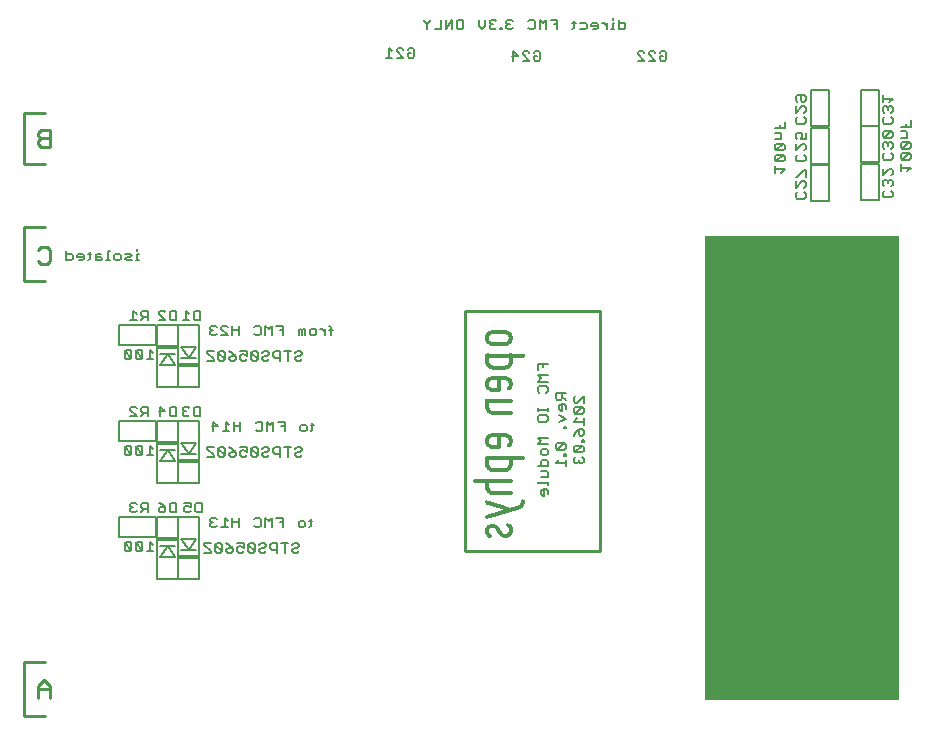
<source format=gbo>
G75*
%MOIN*%
%OFA0B0*%
%FSLAX24Y24*%
%IPPOS*%
%LPD*%
%AMOC8*
5,1,8,0,0,1.08239X$1,22.5*
%
%ADD10C,0.0070*%
%ADD11C,0.0110*%
%ADD12C,0.0100*%
%ADD13R,0.6500X1.5500*%
%ADD14R,0.0010X0.0040*%
%ADD15R,0.0010X0.0050*%
%ADD16R,0.0010X0.0070*%
%ADD17R,0.0010X0.0120*%
%ADD18R,0.0010X0.0100*%
%ADD19R,0.0010X0.0150*%
%ADD20R,0.0010X0.0170*%
%ADD21R,0.0010X0.0200*%
%ADD22R,0.0010X0.0210*%
%ADD23R,0.0010X0.0230*%
%ADD24R,0.0010X0.0240*%
%ADD25R,0.0010X0.0250*%
%ADD26R,0.0010X0.0140*%
%ADD27R,0.0010X0.0130*%
%ADD28R,0.0010X0.0290*%
%ADD29R,0.0010X0.0110*%
%ADD30R,0.0010X0.0340*%
%ADD31R,0.0010X0.0180*%
%ADD32R,0.0010X0.0360*%
%ADD33R,0.0010X0.0090*%
%ADD34R,0.0010X0.0220*%
%ADD35R,0.0010X0.0380*%
%ADD36R,0.0010X0.0280*%
%ADD37R,0.0010X0.0400*%
%ADD38R,0.0010X0.0310*%
%ADD39R,0.0010X0.0410*%
%ADD40R,0.0010X0.0330*%
%ADD41R,0.0010X0.0430*%
%ADD42R,0.0010X0.0350*%
%ADD43R,0.0010X0.0440*%
%ADD44R,0.0010X0.0370*%
%ADD45R,0.0010X0.0450*%
%ADD46R,0.0010X0.0390*%
%ADD47R,0.0010X0.0460*%
%ADD48R,0.0010X0.0470*%
%ADD49R,0.0010X0.0420*%
%ADD50R,0.0010X0.0190*%
%ADD51R,0.0010X0.0160*%
%ADD52R,0.0010X0.0060*%
%ADD53R,0.0010X0.0010*%
%ADD54R,0.0010X0.0030*%
%ADD55R,0.0010X0.0490*%
%ADD56R,0.0010X0.0500*%
%ADD57R,0.0010X0.0510*%
%ADD58R,0.0010X0.0080*%
%ADD59R,0.0010X0.0260*%
%ADD60R,0.0010X0.0320*%
%ADD61C,0.0050*%
%ADD62R,0.0750X0.0125*%
D10*
X009896Y012165D02*
X010006Y012165D01*
X010061Y012220D01*
X009841Y012440D01*
X009841Y012220D01*
X009896Y012165D01*
X010061Y012220D02*
X010061Y012440D01*
X010006Y012495D01*
X009896Y012495D01*
X009841Y012440D01*
X010209Y012440D02*
X010209Y012220D01*
X010264Y012165D01*
X010374Y012165D01*
X010429Y012220D01*
X010209Y012440D01*
X010264Y012495D01*
X010374Y012495D01*
X010429Y012440D01*
X010429Y012220D01*
X010577Y012165D02*
X010797Y012165D01*
X010687Y012165D02*
X010687Y012495D01*
X010797Y012385D01*
X010613Y013465D02*
X010613Y013795D01*
X010448Y013795D01*
X010393Y013740D01*
X010393Y013630D01*
X010448Y013575D01*
X010613Y013575D01*
X010503Y013575D02*
X010393Y013465D01*
X010245Y013520D02*
X010190Y013465D01*
X010080Y013465D01*
X010025Y013520D01*
X010025Y013575D01*
X010080Y013630D01*
X010135Y013630D01*
X010080Y013630D02*
X010025Y013685D01*
X010025Y013740D01*
X010080Y013795D01*
X010190Y013795D01*
X010245Y013740D01*
X010975Y013795D02*
X011085Y013740D01*
X011195Y013630D01*
X011030Y013630D01*
X010975Y013575D01*
X010975Y013520D01*
X011030Y013465D01*
X011140Y013465D01*
X011195Y013520D01*
X011195Y013630D01*
X011343Y013520D02*
X011343Y013740D01*
X011398Y013795D01*
X011563Y013795D01*
X011563Y013465D01*
X011398Y013465D01*
X011343Y013520D01*
X011825Y013520D02*
X011880Y013465D01*
X011990Y013465D01*
X012045Y013520D01*
X012045Y013630D02*
X011935Y013685D01*
X011880Y013685D01*
X011825Y013630D01*
X011825Y013520D01*
X012045Y013630D02*
X012045Y013795D01*
X011825Y013795D01*
X012193Y013740D02*
X012248Y013795D01*
X012413Y013795D01*
X012413Y013465D01*
X012248Y013465D01*
X012193Y013520D01*
X012193Y013740D01*
X012693Y013240D02*
X012693Y013185D01*
X012748Y013130D01*
X012693Y013075D01*
X012693Y013020D01*
X012748Y012965D01*
X012858Y012965D01*
X012913Y013020D01*
X012803Y013130D02*
X012748Y013130D01*
X012693Y013240D02*
X012748Y013295D01*
X012858Y013295D01*
X012913Y013240D01*
X013172Y013295D02*
X013172Y012965D01*
X013282Y012965D02*
X013061Y012965D01*
X013282Y013185D02*
X013172Y013295D01*
X013430Y013295D02*
X013430Y012965D01*
X013430Y013130D02*
X013650Y013130D01*
X013650Y012965D02*
X013650Y013295D01*
X014166Y013240D02*
X014221Y013295D01*
X014332Y013295D01*
X014387Y013240D01*
X014387Y013020D01*
X014332Y012965D01*
X014221Y012965D01*
X014166Y013020D01*
X014535Y012965D02*
X014535Y013295D01*
X014645Y013185D01*
X014755Y013295D01*
X014755Y012965D01*
X015013Y013130D02*
X015123Y013130D01*
X015123Y012965D02*
X015123Y013295D01*
X014903Y013295D01*
X015640Y013130D02*
X015640Y013020D01*
X015695Y012965D01*
X015805Y012965D01*
X015860Y013020D01*
X015860Y013130D01*
X015805Y013185D01*
X015695Y013185D01*
X015640Y013130D01*
X015995Y013185D02*
X016105Y013185D01*
X016050Y013240D02*
X016050Y013020D01*
X015995Y012965D01*
X015597Y012445D02*
X015652Y012390D01*
X015652Y012335D01*
X015597Y012280D01*
X015487Y012280D01*
X015432Y012225D01*
X015432Y012170D01*
X015487Y012115D01*
X015597Y012115D01*
X015652Y012170D01*
X015597Y012445D02*
X015487Y012445D01*
X015432Y012390D01*
X015284Y012445D02*
X015064Y012445D01*
X015174Y012445D02*
X015174Y012115D01*
X014916Y012115D02*
X014916Y012445D01*
X014751Y012445D01*
X014696Y012390D01*
X014696Y012280D01*
X014751Y012225D01*
X014916Y012225D01*
X014547Y012170D02*
X014492Y012115D01*
X014382Y012115D01*
X014327Y012170D01*
X014327Y012225D01*
X014382Y012280D01*
X014492Y012280D01*
X014547Y012335D01*
X014547Y012390D01*
X014492Y012445D01*
X014382Y012445D01*
X014327Y012390D01*
X014179Y012390D02*
X014179Y012170D01*
X013959Y012390D01*
X013959Y012170D01*
X014014Y012115D01*
X014124Y012115D01*
X014179Y012170D01*
X014179Y012390D02*
X014124Y012445D01*
X014014Y012445D01*
X013959Y012390D01*
X013811Y012445D02*
X013811Y012280D01*
X013701Y012335D01*
X013646Y012335D01*
X013591Y012280D01*
X013591Y012170D01*
X013646Y012115D01*
X013756Y012115D01*
X013811Y012170D01*
X013811Y012445D02*
X013591Y012445D01*
X013443Y012280D02*
X013277Y012280D01*
X013222Y012225D01*
X013222Y012170D01*
X013277Y012115D01*
X013387Y012115D01*
X013443Y012170D01*
X013443Y012280D01*
X013332Y012390D01*
X013222Y012445D01*
X013074Y012390D02*
X013019Y012445D01*
X012909Y012445D01*
X012854Y012390D01*
X013074Y012170D01*
X013019Y012115D01*
X012909Y012115D01*
X012854Y012170D01*
X012854Y012390D01*
X012706Y012445D02*
X012486Y012445D01*
X012486Y012390D01*
X012706Y012170D01*
X012706Y012115D01*
X012486Y012115D01*
X013074Y012170D02*
X013074Y012390D01*
X013009Y015315D02*
X013119Y015315D01*
X013174Y015370D01*
X012954Y015590D01*
X012954Y015370D01*
X013009Y015315D01*
X013174Y015370D02*
X013174Y015590D01*
X013119Y015645D01*
X013009Y015645D01*
X012954Y015590D01*
X012806Y015645D02*
X012586Y015645D01*
X012586Y015590D01*
X012806Y015370D01*
X012806Y015315D01*
X012586Y015315D01*
X013322Y015370D02*
X013322Y015425D01*
X013377Y015480D01*
X013543Y015480D01*
X013543Y015370D01*
X013487Y015315D01*
X013377Y015315D01*
X013322Y015370D01*
X013432Y015590D02*
X013322Y015645D01*
X013432Y015590D02*
X013543Y015480D01*
X013691Y015480D02*
X013691Y015370D01*
X013746Y015315D01*
X013856Y015315D01*
X013911Y015370D01*
X013911Y015480D02*
X013801Y015535D01*
X013746Y015535D01*
X013691Y015480D01*
X013691Y015645D02*
X013911Y015645D01*
X013911Y015480D01*
X014059Y015370D02*
X014114Y015315D01*
X014224Y015315D01*
X014279Y015370D01*
X014059Y015590D01*
X014059Y015370D01*
X014279Y015370D02*
X014279Y015590D01*
X014224Y015645D01*
X014114Y015645D01*
X014059Y015590D01*
X014427Y015590D02*
X014482Y015645D01*
X014592Y015645D01*
X014647Y015590D01*
X014647Y015535D01*
X014592Y015480D01*
X014482Y015480D01*
X014427Y015425D01*
X014427Y015370D01*
X014482Y015315D01*
X014592Y015315D01*
X014647Y015370D01*
X014796Y015480D02*
X014851Y015425D01*
X015016Y015425D01*
X015016Y015315D02*
X015016Y015645D01*
X014851Y015645D01*
X014796Y015590D01*
X014796Y015480D01*
X015164Y015645D02*
X015384Y015645D01*
X015274Y015645D02*
X015274Y015315D01*
X015532Y015370D02*
X015587Y015315D01*
X015697Y015315D01*
X015752Y015370D01*
X015697Y015480D02*
X015752Y015535D01*
X015752Y015590D01*
X015697Y015645D01*
X015587Y015645D01*
X015532Y015590D01*
X015587Y015480D02*
X015532Y015425D01*
X015532Y015370D01*
X015587Y015480D02*
X015697Y015480D01*
X015745Y016165D02*
X015690Y016220D01*
X015690Y016330D01*
X015745Y016385D01*
X015855Y016385D01*
X015910Y016330D01*
X015910Y016220D01*
X015855Y016165D01*
X015745Y016165D01*
X016045Y016165D02*
X016100Y016220D01*
X016100Y016440D01*
X016155Y016385D02*
X016045Y016385D01*
X015173Y016330D02*
X015063Y016330D01*
X015173Y016165D02*
X015173Y016495D01*
X014953Y016495D01*
X014805Y016495D02*
X014695Y016385D01*
X014585Y016495D01*
X014585Y016165D01*
X014437Y016220D02*
X014437Y016440D01*
X014382Y016495D01*
X014271Y016495D01*
X014216Y016440D01*
X014216Y016220D02*
X014271Y016165D01*
X014382Y016165D01*
X014437Y016220D01*
X014805Y016165D02*
X014805Y016495D01*
X013700Y016495D02*
X013700Y016165D01*
X013700Y016330D02*
X013480Y016330D01*
X013332Y016385D02*
X013222Y016495D01*
X013222Y016165D01*
X013332Y016165D02*
X013111Y016165D01*
X012963Y016330D02*
X012743Y016330D01*
X012798Y016165D02*
X012798Y016495D01*
X012963Y016330D01*
X012363Y016665D02*
X012198Y016665D01*
X012143Y016720D01*
X012143Y016940D01*
X012198Y016995D01*
X012363Y016995D01*
X012363Y016665D01*
X011995Y016720D02*
X011940Y016665D01*
X011830Y016665D01*
X011775Y016720D01*
X011775Y016775D01*
X011830Y016830D01*
X011885Y016830D01*
X011830Y016830D02*
X011775Y016885D01*
X011775Y016940D01*
X011830Y016995D01*
X011940Y016995D01*
X011995Y016940D01*
X011563Y016995D02*
X011398Y016995D01*
X011343Y016940D01*
X011343Y016720D01*
X011398Y016665D01*
X011563Y016665D01*
X011563Y016995D01*
X011195Y016830D02*
X010975Y016830D01*
X011030Y016665D02*
X011030Y016995D01*
X011195Y016830D01*
X010613Y016775D02*
X010448Y016775D01*
X010393Y016830D01*
X010393Y016940D01*
X010448Y016995D01*
X010613Y016995D01*
X010613Y016665D01*
X010503Y016775D02*
X010393Y016665D01*
X010245Y016665D02*
X010025Y016885D01*
X010025Y016940D01*
X010080Y016995D01*
X010190Y016995D01*
X010245Y016940D01*
X010245Y016665D02*
X010025Y016665D01*
X010006Y015695D02*
X009896Y015695D01*
X009841Y015640D01*
X010061Y015420D01*
X010006Y015365D01*
X009896Y015365D01*
X009841Y015420D01*
X009841Y015640D01*
X010006Y015695D02*
X010061Y015640D01*
X010061Y015420D01*
X010209Y015420D02*
X010264Y015365D01*
X010374Y015365D01*
X010429Y015420D01*
X010209Y015640D01*
X010209Y015420D01*
X010429Y015420D02*
X010429Y015640D01*
X010374Y015695D01*
X010264Y015695D01*
X010209Y015640D01*
X010577Y015365D02*
X010797Y015365D01*
X010687Y015365D02*
X010687Y015695D01*
X010797Y015585D01*
X013480Y016165D02*
X013480Y016495D01*
X013487Y018515D02*
X013377Y018515D01*
X013322Y018570D01*
X013322Y018625D01*
X013377Y018680D01*
X013543Y018680D01*
X013543Y018570D01*
X013487Y018515D01*
X013543Y018680D02*
X013432Y018790D01*
X013322Y018845D01*
X013174Y018790D02*
X013119Y018845D01*
X013009Y018845D01*
X012954Y018790D01*
X013174Y018570D01*
X013119Y018515D01*
X013009Y018515D01*
X012954Y018570D01*
X012954Y018790D01*
X012806Y018845D02*
X012586Y018845D01*
X012586Y018790D01*
X012806Y018570D01*
X012806Y018515D01*
X012586Y018515D01*
X013174Y018570D02*
X013174Y018790D01*
X013691Y018845D02*
X013911Y018845D01*
X013911Y018680D01*
X013801Y018735D01*
X013746Y018735D01*
X013691Y018680D01*
X013691Y018570D01*
X013746Y018515D01*
X013856Y018515D01*
X013911Y018570D01*
X014059Y018570D02*
X014114Y018515D01*
X014224Y018515D01*
X014279Y018570D01*
X014059Y018790D01*
X014059Y018570D01*
X014279Y018570D02*
X014279Y018790D01*
X014224Y018845D01*
X014114Y018845D01*
X014059Y018790D01*
X014427Y018790D02*
X014482Y018845D01*
X014592Y018845D01*
X014647Y018790D01*
X014647Y018735D01*
X014592Y018680D01*
X014482Y018680D01*
X014427Y018625D01*
X014427Y018570D01*
X014482Y018515D01*
X014592Y018515D01*
X014647Y018570D01*
X014796Y018680D02*
X014851Y018625D01*
X015016Y018625D01*
X015016Y018515D02*
X015016Y018845D01*
X014851Y018845D01*
X014796Y018790D01*
X014796Y018680D01*
X015164Y018845D02*
X015384Y018845D01*
X015274Y018845D02*
X015274Y018515D01*
X015532Y018570D02*
X015587Y018515D01*
X015697Y018515D01*
X015752Y018570D01*
X015697Y018680D02*
X015752Y018735D01*
X015752Y018790D01*
X015697Y018845D01*
X015587Y018845D01*
X015532Y018790D01*
X015587Y018680D02*
X015532Y018625D01*
X015532Y018570D01*
X015587Y018680D02*
X015697Y018680D01*
X015750Y019365D02*
X015750Y019530D01*
X015695Y019585D01*
X015640Y019530D01*
X015640Y019365D01*
X015750Y019530D02*
X015805Y019585D01*
X015860Y019585D01*
X015860Y019365D01*
X016008Y019420D02*
X016008Y019530D01*
X016063Y019585D01*
X016173Y019585D01*
X016228Y019530D01*
X016228Y019420D01*
X016173Y019365D01*
X016063Y019365D01*
X016008Y019420D01*
X016370Y019585D02*
X016425Y019585D01*
X016535Y019475D01*
X016535Y019365D02*
X016535Y019585D01*
X016671Y019530D02*
X016781Y019530D01*
X016726Y019640D02*
X016671Y019695D01*
X016726Y019640D02*
X016726Y019365D01*
X015123Y019365D02*
X015123Y019695D01*
X014903Y019695D01*
X014755Y019695D02*
X014645Y019585D01*
X014535Y019695D01*
X014535Y019365D01*
X014387Y019420D02*
X014332Y019365D01*
X014221Y019365D01*
X014166Y019420D01*
X014166Y019640D02*
X014221Y019695D01*
X014332Y019695D01*
X014387Y019640D01*
X014387Y019420D01*
X014755Y019365D02*
X014755Y019695D01*
X015013Y019530D02*
X015123Y019530D01*
X013650Y019530D02*
X013430Y019530D01*
X013430Y019695D02*
X013430Y019365D01*
X013282Y019365D02*
X013061Y019585D01*
X013061Y019640D01*
X013116Y019695D01*
X013227Y019695D01*
X013282Y019640D01*
X013282Y019365D02*
X013061Y019365D01*
X012913Y019420D02*
X012858Y019365D01*
X012748Y019365D01*
X012693Y019420D01*
X012693Y019475D01*
X012748Y019530D01*
X012803Y019530D01*
X012748Y019530D02*
X012693Y019585D01*
X012693Y019640D01*
X012748Y019695D01*
X012858Y019695D01*
X012913Y019640D01*
X012363Y019865D02*
X012198Y019865D01*
X012143Y019920D01*
X012143Y020140D01*
X012198Y020195D01*
X012363Y020195D01*
X012363Y019865D01*
X011995Y019865D02*
X011775Y019865D01*
X011885Y019865D02*
X011885Y020195D01*
X011995Y020085D01*
X011563Y020195D02*
X011398Y020195D01*
X011343Y020140D01*
X011343Y019920D01*
X011398Y019865D01*
X011563Y019865D01*
X011563Y020195D01*
X011195Y020140D02*
X011140Y020195D01*
X011030Y020195D01*
X010975Y020140D01*
X010975Y020085D01*
X011195Y019865D01*
X010975Y019865D01*
X010613Y019865D02*
X010613Y020195D01*
X010448Y020195D01*
X010393Y020140D01*
X010393Y020030D01*
X010448Y019975D01*
X010613Y019975D01*
X010503Y019975D02*
X010393Y019865D01*
X010245Y019865D02*
X010025Y019865D01*
X010135Y019865D02*
X010135Y020195D01*
X010245Y020085D01*
X010264Y018895D02*
X010209Y018840D01*
X010429Y018620D01*
X010374Y018565D01*
X010264Y018565D01*
X010209Y018620D01*
X010209Y018840D01*
X010264Y018895D02*
X010374Y018895D01*
X010429Y018840D01*
X010429Y018620D01*
X010577Y018565D02*
X010797Y018565D01*
X010687Y018565D02*
X010687Y018895D01*
X010797Y018785D01*
X010061Y018840D02*
X010061Y018620D01*
X009841Y018840D01*
X009841Y018620D01*
X009896Y018565D01*
X010006Y018565D01*
X010061Y018620D01*
X010061Y018840D02*
X010006Y018895D01*
X009896Y018895D01*
X009841Y018840D01*
X009913Y021865D02*
X009857Y021920D01*
X009913Y021975D01*
X010023Y021975D01*
X010078Y022030D01*
X010023Y022085D01*
X009857Y022085D01*
X009709Y022030D02*
X009709Y021920D01*
X009654Y021865D01*
X009544Y021865D01*
X009489Y021920D01*
X009489Y022030D01*
X009544Y022085D01*
X009654Y022085D01*
X009709Y022030D01*
X009913Y021865D02*
X010078Y021865D01*
X010213Y021865D02*
X010323Y021865D01*
X010268Y021865D02*
X010268Y022085D01*
X010323Y022085D01*
X010268Y022195D02*
X010268Y022250D01*
X009341Y022195D02*
X009286Y022195D01*
X009286Y021865D01*
X009341Y021865D02*
X009231Y021865D01*
X009095Y021920D02*
X009040Y021975D01*
X008875Y021975D01*
X008875Y022030D02*
X008875Y021865D01*
X009040Y021865D01*
X009095Y021920D01*
X009040Y022085D02*
X008930Y022085D01*
X008875Y022030D01*
X008727Y022085D02*
X008617Y022085D01*
X008672Y022140D02*
X008672Y021920D01*
X008617Y021865D01*
X008482Y021920D02*
X008482Y022030D01*
X008427Y022085D01*
X008316Y022085D01*
X008261Y022030D01*
X008261Y021975D01*
X008482Y021975D01*
X008482Y021920D02*
X008427Y021865D01*
X008316Y021865D01*
X008113Y021920D02*
X008113Y022030D01*
X008058Y022085D01*
X007893Y022085D01*
X007893Y022195D02*
X007893Y021865D01*
X008058Y021865D01*
X008113Y021920D01*
X013650Y019695D02*
X013650Y019365D01*
X023615Y018416D02*
X023615Y018196D01*
X023615Y018048D02*
X023725Y017938D01*
X023615Y017828D01*
X023945Y017828D01*
X023890Y017680D02*
X023670Y017680D01*
X023615Y017625D01*
X023615Y017515D01*
X023670Y017459D01*
X023890Y017459D02*
X023945Y017515D01*
X023945Y017625D01*
X023890Y017680D01*
X023945Y018048D02*
X023615Y018048D01*
X023780Y018306D02*
X023780Y018416D01*
X023945Y018416D02*
X023615Y018416D01*
X024215Y017434D02*
X024215Y017269D01*
X024270Y017214D01*
X024380Y017214D01*
X024435Y017269D01*
X024435Y017434D01*
X024435Y017324D02*
X024545Y017214D01*
X024490Y017066D02*
X024380Y017066D01*
X024325Y017011D01*
X024325Y016901D01*
X024380Y016846D01*
X024435Y016846D01*
X024435Y017066D01*
X024490Y017066D02*
X024545Y017011D01*
X024545Y016901D01*
X024815Y016919D02*
X024870Y016974D01*
X025090Y016974D01*
X024870Y016754D01*
X025090Y016754D01*
X025145Y016809D01*
X025145Y016919D01*
X025090Y016974D01*
X025145Y017122D02*
X025145Y017342D01*
X024925Y017122D01*
X024870Y017122D01*
X024815Y017177D01*
X024815Y017287D01*
X024870Y017342D01*
X024545Y017434D02*
X024215Y017434D01*
X023945Y016943D02*
X023945Y016833D01*
X023945Y016888D02*
X023615Y016888D01*
X023615Y016943D02*
X023615Y016833D01*
X023670Y016697D02*
X023890Y016697D01*
X023945Y016642D01*
X023945Y016532D01*
X023890Y016477D01*
X023670Y016477D01*
X023615Y016532D01*
X023615Y016642D01*
X023670Y016697D01*
X024325Y016697D02*
X024545Y016587D01*
X024325Y016477D01*
X024490Y016329D02*
X024490Y016274D01*
X024545Y016274D01*
X024545Y016329D01*
X024490Y016329D01*
X024815Y016495D02*
X025145Y016495D01*
X025145Y016605D02*
X025145Y016385D01*
X025090Y016237D02*
X025145Y016182D01*
X025145Y016072D01*
X025090Y016017D01*
X025035Y016017D01*
X024980Y016072D01*
X024980Y016237D01*
X025090Y016237D01*
X024980Y016237D02*
X024870Y016127D01*
X024815Y016017D01*
X025090Y015869D02*
X025090Y015814D01*
X025145Y015814D01*
X025145Y015869D01*
X025090Y015869D01*
X025090Y015685D02*
X024870Y015464D01*
X025090Y015464D01*
X025145Y015519D01*
X025145Y015630D01*
X025090Y015685D01*
X024870Y015685D01*
X024815Y015630D01*
X024815Y015519D01*
X024870Y015464D01*
X024870Y015316D02*
X024815Y015261D01*
X024815Y015151D01*
X024870Y015096D01*
X024925Y015096D01*
X024980Y015151D01*
X025035Y015096D01*
X025090Y015096D01*
X025145Y015151D01*
X025145Y015261D01*
X025090Y015316D01*
X024980Y015206D02*
X024980Y015151D01*
X024545Y015114D02*
X024215Y015114D01*
X024325Y015224D01*
X024490Y015353D02*
X024545Y015353D01*
X024545Y015408D01*
X024490Y015408D01*
X024490Y015353D01*
X024545Y015224D02*
X024545Y015004D01*
X024490Y015556D02*
X024545Y015612D01*
X024545Y015722D01*
X024490Y015777D01*
X024270Y015556D01*
X024490Y015556D01*
X024270Y015556D02*
X024215Y015612D01*
X024215Y015722D01*
X024270Y015777D01*
X024490Y015777D01*
X023945Y015741D02*
X023615Y015741D01*
X023725Y015851D01*
X023615Y015961D01*
X023945Y015961D01*
X023890Y015593D02*
X023780Y015593D01*
X023725Y015537D01*
X023725Y015427D01*
X023780Y015372D01*
X023890Y015372D01*
X023945Y015427D01*
X023945Y015537D01*
X023890Y015593D01*
X023890Y015224D02*
X023780Y015224D01*
X023725Y015169D01*
X023725Y015004D01*
X023615Y015004D02*
X023945Y015004D01*
X023945Y015169D01*
X023890Y015224D01*
X023890Y014856D02*
X023725Y014856D01*
X023890Y014856D02*
X023945Y014801D01*
X023945Y014636D01*
X023725Y014636D01*
X023615Y014488D02*
X023615Y014433D01*
X023945Y014433D01*
X023945Y014488D02*
X023945Y014377D01*
X023890Y014242D02*
X023780Y014242D01*
X023725Y014187D01*
X023725Y014077D01*
X023780Y014022D01*
X023835Y014022D01*
X023835Y014242D01*
X023890Y014242D02*
X023945Y014187D01*
X023945Y014077D01*
X024815Y016495D02*
X024925Y016605D01*
X024870Y016754D02*
X024815Y016809D01*
X024815Y016919D01*
X032215Y023968D02*
X032215Y024078D01*
X032270Y024133D01*
X032215Y024281D02*
X032215Y024501D01*
X032215Y024649D02*
X032270Y024649D01*
X032490Y024869D01*
X032545Y024869D01*
X032545Y024649D01*
X032490Y024501D02*
X032545Y024446D01*
X032545Y024336D01*
X032490Y024281D01*
X032490Y024133D02*
X032545Y024078D01*
X032545Y023968D01*
X032490Y023913D01*
X032270Y023913D01*
X032215Y023968D01*
X032215Y024281D02*
X032435Y024501D01*
X032490Y024501D01*
X031845Y024904D02*
X031515Y024904D01*
X031515Y024794D02*
X031515Y025014D01*
X031570Y025163D02*
X031790Y025383D01*
X031570Y025383D01*
X031515Y025328D01*
X031515Y025218D01*
X031570Y025163D01*
X031790Y025163D01*
X031845Y025218D01*
X031845Y025328D01*
X031790Y025383D01*
X031790Y025531D02*
X031845Y025586D01*
X031845Y025696D01*
X031790Y025751D01*
X031570Y025531D01*
X031515Y025586D01*
X031515Y025696D01*
X031570Y025751D01*
X031790Y025751D01*
X031735Y025899D02*
X031735Y026064D01*
X031680Y026119D01*
X031515Y026119D01*
X031515Y026267D02*
X031845Y026267D01*
X031845Y026488D01*
X031680Y026378D02*
X031680Y026267D01*
X031735Y025899D02*
X031515Y025899D01*
X031570Y025531D02*
X031790Y025531D01*
X032215Y025531D02*
X032435Y025751D01*
X032490Y025751D01*
X032545Y025696D01*
X032545Y025586D01*
X032490Y025531D01*
X032490Y025383D02*
X032545Y025328D01*
X032545Y025218D01*
X032490Y025163D01*
X032270Y025163D01*
X032215Y025218D01*
X032215Y025328D01*
X032270Y025383D01*
X032215Y025531D02*
X032215Y025751D01*
X032270Y025899D02*
X032215Y025954D01*
X032215Y026064D01*
X032270Y026119D01*
X032380Y026119D01*
X032435Y026064D01*
X032435Y026009D01*
X032380Y025899D01*
X032545Y025899D01*
X032545Y026119D01*
X032490Y026413D02*
X032270Y026413D01*
X032215Y026468D01*
X032215Y026578D01*
X032270Y026633D01*
X032215Y026781D02*
X032215Y027001D01*
X032270Y027149D02*
X032215Y027204D01*
X032215Y027314D01*
X032270Y027369D01*
X032490Y027369D01*
X032545Y027314D01*
X032545Y027204D01*
X032490Y027149D01*
X032435Y027149D01*
X032380Y027204D01*
X032380Y027369D01*
X032435Y027001D02*
X032490Y027001D01*
X032545Y026946D01*
X032545Y026836D01*
X032490Y026781D01*
X032490Y026633D02*
X032545Y026578D01*
X032545Y026468D01*
X032490Y026413D01*
X032215Y026781D02*
X032435Y027001D01*
X031845Y024904D02*
X031735Y024794D01*
X035115Y024699D02*
X035335Y024919D01*
X035390Y024919D01*
X035445Y024864D01*
X035445Y024754D01*
X035390Y024699D01*
X035390Y024551D02*
X035335Y024551D01*
X035280Y024496D01*
X035225Y024551D01*
X035170Y024551D01*
X035115Y024496D01*
X035115Y024386D01*
X035170Y024331D01*
X035170Y024183D02*
X035115Y024128D01*
X035115Y024018D01*
X035170Y023963D01*
X035390Y023963D01*
X035445Y024018D01*
X035445Y024128D01*
X035390Y024183D01*
X035390Y024331D02*
X035445Y024386D01*
X035445Y024496D01*
X035390Y024551D01*
X035280Y024496D02*
X035280Y024441D01*
X035115Y024699D02*
X035115Y024919D01*
X035170Y025213D02*
X035115Y025268D01*
X035115Y025378D01*
X035170Y025433D01*
X035170Y025581D02*
X035115Y025636D01*
X035115Y025746D01*
X035170Y025801D01*
X035225Y025801D01*
X035280Y025746D01*
X035280Y025691D01*
X035280Y025746D02*
X035335Y025801D01*
X035390Y025801D01*
X035445Y025746D01*
X035445Y025636D01*
X035390Y025581D01*
X035390Y025433D02*
X035445Y025378D01*
X035445Y025268D01*
X035390Y025213D01*
X035170Y025213D01*
X035715Y025268D02*
X035770Y025213D01*
X035990Y025433D01*
X035770Y025433D01*
X035715Y025378D01*
X035715Y025268D01*
X035770Y025213D02*
X035990Y025213D01*
X036045Y025268D01*
X036045Y025378D01*
X035990Y025433D01*
X035990Y025581D02*
X036045Y025636D01*
X036045Y025746D01*
X035990Y025801D01*
X035770Y025581D01*
X035715Y025636D01*
X035715Y025746D01*
X035770Y025801D01*
X035990Y025801D01*
X035935Y025949D02*
X035935Y026114D01*
X035880Y026169D01*
X035715Y026169D01*
X035715Y026317D02*
X036045Y026317D01*
X036045Y026538D01*
X035880Y026428D02*
X035880Y026317D01*
X035935Y025949D02*
X035715Y025949D01*
X035445Y026004D02*
X035445Y026114D01*
X035390Y026169D01*
X035170Y025949D01*
X035115Y026004D01*
X035115Y026114D01*
X035170Y026169D01*
X035390Y026169D01*
X035445Y026004D02*
X035390Y025949D01*
X035170Y025949D01*
X035170Y026413D02*
X035115Y026468D01*
X035115Y026578D01*
X035170Y026633D01*
X035170Y026781D02*
X035115Y026836D01*
X035115Y026946D01*
X035170Y027001D01*
X035225Y027001D01*
X035280Y026946D01*
X035280Y026891D01*
X035280Y026946D02*
X035335Y027001D01*
X035390Y027001D01*
X035445Y026946D01*
X035445Y026836D01*
X035390Y026781D01*
X035390Y026633D02*
X035445Y026578D01*
X035445Y026468D01*
X035390Y026413D01*
X035170Y026413D01*
X035115Y027149D02*
X035115Y027369D01*
X035115Y027259D02*
X035445Y027259D01*
X035335Y027149D01*
X035770Y025581D02*
X035990Y025581D01*
X035715Y025064D02*
X035715Y024844D01*
X035715Y024954D02*
X036045Y024954D01*
X035935Y024844D01*
X027897Y028570D02*
X027842Y028515D01*
X027732Y028515D01*
X027677Y028570D01*
X027677Y028680D01*
X027787Y028680D01*
X027677Y028790D02*
X027732Y028845D01*
X027842Y028845D01*
X027897Y028790D01*
X027897Y028570D01*
X027529Y028515D02*
X027309Y028735D01*
X027309Y028790D01*
X027364Y028845D01*
X027474Y028845D01*
X027529Y028790D01*
X027529Y028515D02*
X027309Y028515D01*
X027161Y028515D02*
X026941Y028735D01*
X026941Y028790D01*
X026996Y028845D01*
X027106Y028845D01*
X027161Y028790D01*
X027161Y028515D02*
X026941Y028515D01*
X026478Y029565D02*
X026312Y029565D01*
X026312Y029895D01*
X026312Y029785D02*
X026478Y029785D01*
X026533Y029730D01*
X026533Y029620D01*
X026478Y029565D01*
X026164Y029565D02*
X026054Y029565D01*
X026109Y029565D02*
X026109Y029785D01*
X026164Y029785D01*
X026109Y029895D02*
X026109Y029950D01*
X025919Y029785D02*
X025919Y029565D01*
X025919Y029675D02*
X025809Y029785D01*
X025754Y029785D01*
X025612Y029730D02*
X025612Y029620D01*
X025557Y029565D01*
X025447Y029565D01*
X025392Y029675D02*
X025612Y029675D01*
X025612Y029730D02*
X025557Y029785D01*
X025447Y029785D01*
X025392Y029730D01*
X025392Y029675D01*
X025244Y029730D02*
X025244Y029620D01*
X025188Y029565D01*
X025023Y029565D01*
X024820Y029620D02*
X024820Y029840D01*
X024875Y029785D02*
X024765Y029785D01*
X024820Y029620D02*
X024765Y029565D01*
X025023Y029785D02*
X025188Y029785D01*
X025244Y029730D01*
X024261Y029730D02*
X024151Y029730D01*
X024261Y029895D02*
X024041Y029895D01*
X023893Y029895D02*
X023783Y029785D01*
X023673Y029895D01*
X023673Y029565D01*
X023525Y029620D02*
X023470Y029565D01*
X023360Y029565D01*
X023305Y029620D01*
X023525Y029620D02*
X023525Y029840D01*
X023470Y029895D01*
X023360Y029895D01*
X023305Y029840D01*
X022788Y029840D02*
X022733Y029895D01*
X022623Y029895D01*
X022568Y029840D01*
X022568Y029785D01*
X022623Y029730D01*
X022568Y029675D01*
X022568Y029620D01*
X022623Y029565D01*
X022733Y029565D01*
X022788Y029620D01*
X022678Y029730D02*
X022623Y029730D01*
X022420Y029620D02*
X022365Y029620D01*
X022365Y029565D01*
X022420Y029565D01*
X022420Y029620D01*
X022236Y029620D02*
X022181Y029565D01*
X022070Y029565D01*
X022015Y029620D01*
X022015Y029675D01*
X022070Y029730D01*
X022126Y029730D01*
X022070Y029730D02*
X022015Y029785D01*
X022015Y029840D01*
X022070Y029895D01*
X022181Y029895D01*
X022236Y029840D01*
X021867Y029895D02*
X021867Y029675D01*
X021757Y029565D01*
X021647Y029675D01*
X021647Y029895D01*
X021131Y029840D02*
X021131Y029620D01*
X021076Y029565D01*
X020966Y029565D01*
X020910Y029620D01*
X020910Y029840D01*
X020966Y029895D01*
X021076Y029895D01*
X021131Y029840D01*
X020762Y029895D02*
X020762Y029565D01*
X020542Y029565D02*
X020542Y029895D01*
X020394Y029895D02*
X020394Y029565D01*
X020174Y029565D01*
X019916Y029565D02*
X019916Y029730D01*
X019806Y029840D01*
X019806Y029895D01*
X019916Y029730D02*
X020026Y029840D01*
X020026Y029895D01*
X020542Y029565D02*
X020762Y029895D01*
X019497Y028890D02*
X019497Y028670D01*
X019442Y028615D01*
X019332Y028615D01*
X019277Y028670D01*
X019277Y028780D01*
X019387Y028780D01*
X019277Y028890D02*
X019332Y028945D01*
X019442Y028945D01*
X019497Y028890D01*
X019129Y028890D02*
X019074Y028945D01*
X018964Y028945D01*
X018909Y028890D01*
X018909Y028835D01*
X019129Y028615D01*
X018909Y028615D01*
X018761Y028615D02*
X018541Y028615D01*
X018651Y028615D02*
X018651Y028945D01*
X018761Y028835D01*
X022741Y028680D02*
X022961Y028680D01*
X022796Y028845D01*
X022796Y028515D01*
X023109Y028515D02*
X023329Y028515D01*
X023109Y028735D01*
X023109Y028790D01*
X023164Y028845D01*
X023274Y028845D01*
X023329Y028790D01*
X023477Y028790D02*
X023532Y028845D01*
X023642Y028845D01*
X023697Y028790D01*
X023697Y028570D01*
X023642Y028515D01*
X023532Y028515D01*
X023477Y028570D01*
X023477Y028680D01*
X023587Y028680D01*
X023893Y029565D02*
X023893Y029895D01*
X024261Y029895D02*
X024261Y029565D01*
D11*
X007347Y026226D02*
X007347Y025635D01*
X007052Y025635D01*
X006954Y025733D01*
X006954Y025832D01*
X007052Y025930D01*
X007347Y025930D01*
X007052Y025930D02*
X006954Y026029D01*
X006954Y026127D01*
X007052Y026226D01*
X007347Y026226D01*
X007249Y022326D02*
X007347Y022227D01*
X007347Y021833D01*
X007249Y021735D01*
X007052Y021735D01*
X006954Y021833D01*
X006954Y022227D02*
X007052Y022326D01*
X007249Y022326D01*
X007150Y007876D02*
X006954Y007679D01*
X006954Y007285D01*
X006954Y007580D02*
X007347Y007580D01*
X007347Y007679D02*
X007150Y007876D01*
X007347Y007679D02*
X007347Y007285D01*
D12*
X007180Y006680D02*
X006480Y006680D01*
X006480Y008480D01*
X007180Y008480D01*
X007180Y021180D02*
X006480Y021180D01*
X006480Y022980D01*
X007180Y022980D01*
X007180Y025080D02*
X006480Y025080D01*
X006480Y026780D01*
X007180Y026780D01*
X021180Y020180D02*
X021180Y012180D01*
X025680Y012180D01*
X025680Y020180D01*
X021180Y020180D01*
D13*
X032430Y014930D03*
D14*
X023190Y015275D03*
X022790Y014505D03*
X022790Y014105D03*
X021480Y014505D03*
X022790Y016785D03*
X022790Y017185D03*
X023190Y018695D03*
D15*
X023190Y013820D03*
X022080Y012690D03*
D16*
X022600Y013030D03*
X021890Y013800D03*
X021490Y014500D03*
X022780Y014500D03*
X022780Y014100D03*
X023180Y015280D03*
X022790Y015840D03*
X021880Y015840D03*
X022780Y016790D03*
X022780Y017190D03*
X022790Y017740D03*
X021880Y017740D03*
X023180Y018700D03*
X022790Y019270D03*
X021880Y019270D03*
D17*
X022060Y019085D03*
X022070Y019085D03*
X022080Y019075D03*
X022090Y019075D03*
X022100Y019075D03*
X022100Y018695D03*
X022090Y018695D03*
X022080Y018695D03*
X022070Y018695D03*
X022060Y018695D03*
X022050Y018695D03*
X022040Y018695D03*
X022030Y018695D03*
X022020Y018695D03*
X022010Y018695D03*
X022110Y018695D03*
X022120Y018695D03*
X022130Y018695D03*
X022140Y018695D03*
X022150Y018695D03*
X022160Y018695D03*
X022170Y018695D03*
X022180Y018695D03*
X022190Y018695D03*
X022200Y018695D03*
X022210Y018695D03*
X022220Y018695D03*
X022230Y018695D03*
X022240Y018695D03*
X022250Y018695D03*
X022260Y018695D03*
X022270Y018695D03*
X022280Y018695D03*
X022290Y018695D03*
X022300Y018695D03*
X022310Y018695D03*
X022320Y018695D03*
X022330Y018695D03*
X022340Y018695D03*
X022350Y018695D03*
X022360Y018695D03*
X022370Y018695D03*
X022380Y018695D03*
X022390Y018695D03*
X022400Y018695D03*
X022410Y018695D03*
X022420Y018695D03*
X022430Y018695D03*
X022440Y018695D03*
X022450Y018695D03*
X022460Y018695D03*
X022470Y018695D03*
X022480Y018695D03*
X022490Y018695D03*
X022500Y018695D03*
X022510Y018695D03*
X022520Y018695D03*
X022530Y018695D03*
X022540Y018695D03*
X022550Y018695D03*
X022560Y018695D03*
X022570Y018695D03*
X022580Y018695D03*
X022590Y018695D03*
X022600Y018695D03*
X022610Y018695D03*
X022620Y018695D03*
X022630Y018695D03*
X022640Y018695D03*
X022650Y018695D03*
X022660Y018695D03*
X022670Y018695D03*
X022800Y018695D03*
X022810Y018695D03*
X022820Y018695D03*
X022830Y018695D03*
X022840Y018695D03*
X022850Y018695D03*
X022860Y018695D03*
X022870Y018695D03*
X022880Y018695D03*
X022890Y018695D03*
X022900Y018695D03*
X022910Y018695D03*
X022920Y018695D03*
X022930Y018695D03*
X022940Y018695D03*
X022950Y018695D03*
X022960Y018695D03*
X022970Y018695D03*
X022980Y018695D03*
X022990Y018695D03*
X023000Y018695D03*
X023010Y018695D03*
X023020Y018695D03*
X023030Y018695D03*
X023040Y018695D03*
X023050Y018695D03*
X023060Y018695D03*
X023070Y018695D03*
X023080Y018695D03*
X023090Y018695D03*
X023100Y018695D03*
X023110Y018695D03*
X023120Y018695D03*
X023130Y018695D03*
X023140Y018695D03*
X023150Y018695D03*
X022620Y018315D03*
X022600Y018305D03*
X022590Y018305D03*
X022560Y018295D03*
X022550Y018295D03*
X022540Y018295D03*
X022530Y018295D03*
X022520Y018295D03*
X022510Y018295D03*
X022500Y018295D03*
X022490Y018295D03*
X022480Y018295D03*
X022470Y018295D03*
X022460Y018295D03*
X022450Y018295D03*
X022440Y018295D03*
X022430Y018295D03*
X022420Y018295D03*
X022410Y018295D03*
X022400Y018295D03*
X022390Y018295D03*
X022380Y018295D03*
X022370Y018295D03*
X022360Y018295D03*
X022350Y018295D03*
X022340Y018295D03*
X022330Y018295D03*
X022320Y018295D03*
X022310Y018295D03*
X022300Y018295D03*
X022290Y018295D03*
X022280Y018295D03*
X022270Y018295D03*
X022260Y018295D03*
X022250Y018295D03*
X022240Y018295D03*
X022230Y018295D03*
X022220Y018295D03*
X022210Y018295D03*
X022200Y018295D03*
X022190Y018295D03*
X022180Y018295D03*
X022170Y018295D03*
X022160Y018295D03*
X022150Y018295D03*
X022140Y018295D03*
X022130Y018295D03*
X022120Y018295D03*
X022090Y018305D03*
X022080Y018305D03*
X022060Y018315D03*
X022080Y017935D03*
X022090Y017935D03*
X022100Y017935D03*
X022110Y017935D03*
X022070Y017925D03*
X022060Y017925D03*
X022060Y017555D03*
X022070Y017555D03*
X022080Y017545D03*
X022090Y017545D03*
X022100Y017545D03*
X022100Y017185D03*
X022090Y017185D03*
X022080Y017185D03*
X022070Y017185D03*
X022060Y017185D03*
X022050Y017185D03*
X022040Y017185D03*
X022030Y017185D03*
X022020Y017185D03*
X022010Y017185D03*
X022110Y017185D03*
X022120Y017185D03*
X022130Y017185D03*
X022140Y017185D03*
X022150Y017185D03*
X022160Y017185D03*
X022170Y017185D03*
X022180Y017185D03*
X022190Y017185D03*
X022200Y017185D03*
X022210Y017185D03*
X022220Y017185D03*
X022230Y017185D03*
X022240Y017185D03*
X022250Y017185D03*
X022260Y017185D03*
X022270Y017185D03*
X022280Y017185D03*
X022290Y017185D03*
X022300Y017185D03*
X022310Y017185D03*
X022320Y017185D03*
X022330Y017185D03*
X022340Y017185D03*
X022350Y017185D03*
X022360Y017185D03*
X022370Y017185D03*
X022380Y017185D03*
X022390Y017185D03*
X022400Y017185D03*
X022410Y017185D03*
X022420Y017185D03*
X022430Y017185D03*
X022440Y017185D03*
X022450Y017185D03*
X022460Y017185D03*
X022470Y017185D03*
X022480Y017185D03*
X022490Y017185D03*
X022500Y017185D03*
X022510Y017185D03*
X022520Y017185D03*
X022530Y017185D03*
X022540Y017185D03*
X022550Y017185D03*
X022560Y017185D03*
X022570Y017185D03*
X022580Y017185D03*
X022590Y017185D03*
X022600Y017185D03*
X022610Y017185D03*
X022620Y017185D03*
X022630Y017185D03*
X022640Y017185D03*
X022650Y017185D03*
X022660Y017185D03*
X022670Y017185D03*
X022680Y017185D03*
X022690Y017185D03*
X022700Y017185D03*
X022710Y017185D03*
X022720Y017185D03*
X022730Y017185D03*
X022740Y017185D03*
X022750Y017185D03*
X022750Y016785D03*
X022740Y016785D03*
X022730Y016785D03*
X022720Y016785D03*
X022710Y016785D03*
X022700Y016785D03*
X022690Y016785D03*
X022680Y016785D03*
X022670Y016785D03*
X022660Y016785D03*
X022650Y016785D03*
X022640Y016785D03*
X022630Y016785D03*
X022620Y016785D03*
X022610Y016785D03*
X022600Y016785D03*
X022590Y016785D03*
X022580Y016785D03*
X022570Y016785D03*
X022560Y016785D03*
X022550Y016785D03*
X022540Y016785D03*
X022530Y016785D03*
X022520Y016785D03*
X022510Y016785D03*
X022500Y016785D03*
X022490Y016785D03*
X022480Y016785D03*
X022470Y016785D03*
X022460Y016785D03*
X022450Y016785D03*
X022440Y016785D03*
X022430Y016785D03*
X022420Y016785D03*
X022410Y016785D03*
X022400Y016785D03*
X022390Y016785D03*
X022380Y016785D03*
X022370Y016785D03*
X022360Y016785D03*
X022350Y016785D03*
X022340Y016785D03*
X022330Y016785D03*
X022320Y016785D03*
X022310Y016785D03*
X022300Y016785D03*
X022290Y016785D03*
X022280Y016785D03*
X022270Y016785D03*
X022260Y016785D03*
X022250Y016785D03*
X022240Y016785D03*
X022230Y016785D03*
X022220Y016785D03*
X022210Y016785D03*
X022200Y016785D03*
X022190Y016785D03*
X022180Y016785D03*
X022170Y016785D03*
X022160Y016785D03*
X022150Y016785D03*
X022140Y016785D03*
X022130Y016785D03*
X022120Y016785D03*
X022090Y016795D03*
X022080Y016795D03*
X022060Y016805D03*
X022080Y016035D03*
X022090Y016035D03*
X022100Y016035D03*
X022110Y016035D03*
X022070Y016025D03*
X022060Y016025D03*
X022060Y015655D03*
X022070Y015655D03*
X022080Y015645D03*
X022090Y015645D03*
X022100Y015645D03*
X022100Y015275D03*
X022090Y015275D03*
X022080Y015275D03*
X022070Y015275D03*
X022060Y015275D03*
X022050Y015275D03*
X022040Y015275D03*
X022030Y015275D03*
X022020Y015275D03*
X022010Y015275D03*
X022110Y015275D03*
X022120Y015275D03*
X022130Y015275D03*
X022140Y015275D03*
X022150Y015275D03*
X022160Y015275D03*
X022170Y015275D03*
X022180Y015275D03*
X022190Y015275D03*
X022200Y015275D03*
X022210Y015275D03*
X022220Y015275D03*
X022230Y015275D03*
X022240Y015275D03*
X022250Y015275D03*
X022260Y015275D03*
X022270Y015275D03*
X022280Y015275D03*
X022290Y015275D03*
X022300Y015275D03*
X022310Y015275D03*
X022320Y015275D03*
X022330Y015275D03*
X022340Y015275D03*
X022350Y015275D03*
X022360Y015275D03*
X022370Y015275D03*
X022380Y015275D03*
X022390Y015275D03*
X022400Y015275D03*
X022410Y015275D03*
X022420Y015275D03*
X022430Y015275D03*
X022440Y015275D03*
X022450Y015275D03*
X022460Y015275D03*
X022470Y015275D03*
X022480Y015275D03*
X022490Y015275D03*
X022500Y015275D03*
X022510Y015275D03*
X022520Y015275D03*
X022530Y015275D03*
X022540Y015275D03*
X022550Y015275D03*
X022560Y015275D03*
X022570Y015275D03*
X022580Y015275D03*
X022590Y015275D03*
X022600Y015275D03*
X022610Y015275D03*
X022620Y015275D03*
X022630Y015275D03*
X022640Y015275D03*
X022650Y015275D03*
X022660Y015275D03*
X022670Y015275D03*
X022800Y015275D03*
X022810Y015275D03*
X022820Y015275D03*
X022830Y015275D03*
X022840Y015275D03*
X022850Y015275D03*
X022860Y015275D03*
X022870Y015275D03*
X022880Y015275D03*
X022890Y015275D03*
X022900Y015275D03*
X022910Y015275D03*
X022920Y015275D03*
X022930Y015275D03*
X022940Y015275D03*
X022950Y015275D03*
X022960Y015275D03*
X022970Y015275D03*
X022980Y015275D03*
X022990Y015275D03*
X023000Y015275D03*
X023010Y015275D03*
X023020Y015275D03*
X023030Y015275D03*
X023040Y015275D03*
X023050Y015275D03*
X023060Y015275D03*
X023070Y015275D03*
X023080Y015275D03*
X023090Y015275D03*
X023100Y015275D03*
X023110Y015275D03*
X023120Y015275D03*
X023130Y015275D03*
X023140Y015275D03*
X023150Y015275D03*
X022660Y015705D03*
X022610Y016025D03*
X022600Y016025D03*
X022590Y016035D03*
X022580Y016035D03*
X022570Y016035D03*
X022560Y016035D03*
X022620Y014895D03*
X022600Y014885D03*
X022590Y014885D03*
X022560Y014875D03*
X022550Y014875D03*
X022540Y014875D03*
X022530Y014875D03*
X022520Y014875D03*
X022510Y014875D03*
X022500Y014875D03*
X022490Y014875D03*
X022480Y014875D03*
X022470Y014875D03*
X022460Y014875D03*
X022450Y014875D03*
X022440Y014875D03*
X022430Y014875D03*
X022420Y014875D03*
X022410Y014875D03*
X022400Y014875D03*
X022390Y014875D03*
X022380Y014875D03*
X022370Y014875D03*
X022360Y014875D03*
X022350Y014875D03*
X022340Y014875D03*
X022330Y014875D03*
X022320Y014875D03*
X022310Y014875D03*
X022300Y014875D03*
X022290Y014875D03*
X022280Y014875D03*
X022270Y014875D03*
X022260Y014875D03*
X022250Y014875D03*
X022240Y014875D03*
X022230Y014875D03*
X022220Y014875D03*
X022210Y014875D03*
X022200Y014875D03*
X022190Y014875D03*
X022180Y014875D03*
X022170Y014875D03*
X022160Y014875D03*
X022150Y014875D03*
X022140Y014875D03*
X022130Y014875D03*
X022120Y014875D03*
X022090Y014885D03*
X022080Y014885D03*
X022060Y014895D03*
X022060Y014505D03*
X022050Y014505D03*
X022040Y014505D03*
X022030Y014505D03*
X022020Y014505D03*
X022010Y014505D03*
X022070Y014505D03*
X022080Y014505D03*
X022090Y014505D03*
X022100Y014505D03*
X022110Y014505D03*
X022120Y014505D03*
X022130Y014505D03*
X022140Y014505D03*
X022150Y014505D03*
X022160Y014505D03*
X022170Y014505D03*
X022180Y014505D03*
X022190Y014505D03*
X022200Y014505D03*
X022210Y014505D03*
X022220Y014505D03*
X022230Y014505D03*
X022240Y014505D03*
X022250Y014505D03*
X022260Y014505D03*
X022270Y014505D03*
X022280Y014505D03*
X022290Y014505D03*
X022300Y014505D03*
X022310Y014505D03*
X022320Y014505D03*
X022330Y014505D03*
X022340Y014505D03*
X022350Y014505D03*
X022360Y014505D03*
X022370Y014505D03*
X022380Y014505D03*
X022390Y014505D03*
X022400Y014505D03*
X022410Y014505D03*
X022420Y014505D03*
X022430Y014505D03*
X022440Y014505D03*
X022450Y014505D03*
X022460Y014505D03*
X022470Y014505D03*
X022480Y014505D03*
X022490Y014505D03*
X022500Y014505D03*
X022510Y014505D03*
X022520Y014505D03*
X022530Y014505D03*
X022540Y014505D03*
X022550Y014505D03*
X022560Y014505D03*
X022570Y014505D03*
X022580Y014505D03*
X022590Y014505D03*
X022600Y014505D03*
X022610Y014505D03*
X022620Y014505D03*
X022630Y014505D03*
X022640Y014505D03*
X022650Y014505D03*
X022660Y014505D03*
X022670Y014505D03*
X022680Y014505D03*
X022690Y014505D03*
X022700Y014505D03*
X022710Y014505D03*
X022720Y014505D03*
X022730Y014505D03*
X022740Y014505D03*
X022750Y014505D03*
X022750Y014105D03*
X022740Y014105D03*
X022730Y014105D03*
X022720Y014105D03*
X022710Y014105D03*
X022700Y014105D03*
X022690Y014105D03*
X022680Y014105D03*
X022670Y014105D03*
X022660Y014105D03*
X022650Y014105D03*
X022640Y014105D03*
X022630Y014105D03*
X022620Y014105D03*
X022610Y014105D03*
X022600Y014105D03*
X022590Y014105D03*
X022580Y014105D03*
X022570Y014105D03*
X022560Y014105D03*
X022550Y014105D03*
X022540Y014105D03*
X022530Y014105D03*
X022520Y014105D03*
X022510Y014105D03*
X022500Y014105D03*
X022490Y014105D03*
X022480Y014105D03*
X022470Y014105D03*
X022460Y014105D03*
X022450Y014105D03*
X022440Y014105D03*
X022430Y014105D03*
X022420Y014105D03*
X022410Y014105D03*
X022400Y014105D03*
X022390Y014105D03*
X022380Y014105D03*
X022370Y014105D03*
X022360Y014105D03*
X022350Y014105D03*
X022340Y014105D03*
X022330Y014105D03*
X022320Y014105D03*
X022310Y014105D03*
X022300Y014105D03*
X022290Y014105D03*
X022280Y014105D03*
X022270Y014105D03*
X022260Y014105D03*
X022250Y014105D03*
X022240Y014105D03*
X022230Y014105D03*
X022220Y014105D03*
X022210Y014105D03*
X022200Y014105D03*
X022190Y014105D03*
X022180Y014105D03*
X022170Y014105D03*
X022160Y014105D03*
X022150Y014105D03*
X022140Y014105D03*
X022130Y014105D03*
X022120Y014105D03*
X022110Y014105D03*
X022090Y014115D03*
X022080Y014115D03*
X022060Y014125D03*
X021950Y013795D03*
X021940Y013795D03*
X021930Y013795D03*
X021960Y013785D03*
X021970Y013785D03*
X021980Y013785D03*
X022000Y013775D03*
X022010Y013775D03*
X022030Y013765D03*
X022040Y013765D03*
X022050Y013765D03*
X022060Y013755D03*
X022070Y013755D03*
X022080Y013755D03*
X022100Y013745D03*
X022110Y013745D03*
X022130Y013735D03*
X022140Y013735D03*
X022150Y013735D03*
X022160Y013725D03*
X022170Y013725D03*
X022180Y013725D03*
X022200Y013715D03*
X022210Y013715D03*
X022230Y013705D03*
X022240Y013705D03*
X022250Y013705D03*
X022260Y013695D03*
X022270Y013695D03*
X022280Y013695D03*
X022300Y013685D03*
X022310Y013685D03*
X022330Y013675D03*
X022340Y013675D03*
X022350Y013675D03*
X022370Y013665D03*
X022380Y013665D03*
X022400Y013655D03*
X022410Y013655D03*
X022420Y013655D03*
X022430Y013645D03*
X022440Y013645D03*
X022450Y013645D03*
X022470Y013635D03*
X022480Y013635D03*
X022500Y013625D03*
X022510Y013625D03*
X022520Y013625D03*
X022520Y013495D03*
X022510Y013485D03*
X022500Y013485D03*
X022490Y013485D03*
X022470Y013475D03*
X022460Y013475D03*
X022450Y013475D03*
X022440Y013465D03*
X022430Y013465D03*
X022420Y013465D03*
X022410Y013455D03*
X022400Y013455D03*
X022390Y013455D03*
X022370Y013445D03*
X022360Y013445D03*
X022350Y013445D03*
X022340Y013435D03*
X022330Y013435D03*
X022320Y013435D03*
X022310Y013425D03*
X022300Y013425D03*
X022290Y013425D03*
X022270Y013415D03*
X022260Y013415D03*
X022250Y013415D03*
X022240Y013405D03*
X022230Y013405D03*
X022220Y013405D03*
X022210Y013395D03*
X022200Y013395D03*
X022190Y013395D03*
X022170Y013385D03*
X022160Y013385D03*
X022150Y013385D03*
X022140Y013375D03*
X022130Y013375D03*
X022120Y013375D03*
X022110Y013365D03*
X022100Y013365D03*
X022090Y013365D03*
X022070Y013355D03*
X022060Y013355D03*
X022040Y013345D03*
X022030Y013345D03*
X022020Y013345D03*
X022010Y013335D03*
X022000Y013335D03*
X021990Y013335D03*
X021970Y013325D03*
X021960Y013325D03*
X021940Y013315D03*
X021930Y013315D03*
X022060Y013015D03*
X022070Y013015D03*
X022100Y013025D03*
X022110Y013025D03*
X022120Y013025D03*
X022130Y013025D03*
X022160Y013015D03*
X022170Y013015D03*
X022180Y013015D03*
X022190Y013005D03*
X021890Y012845D03*
X022480Y012695D03*
X022490Y012695D03*
X022500Y012685D03*
X022510Y012685D03*
X022520Y012685D03*
X022590Y012685D03*
X022600Y012685D03*
X022620Y012695D03*
X022640Y013025D03*
X022730Y013555D03*
X022740Y013555D03*
X022750Y013565D03*
X022760Y013565D03*
X022770Y013565D03*
X022790Y013575D03*
X022800Y013575D03*
X022810Y013575D03*
X022820Y013585D03*
X022830Y013585D03*
X022840Y013585D03*
X022850Y013595D03*
X022860Y013595D03*
X022870Y013595D03*
X022880Y013595D03*
X022890Y013605D03*
X022900Y013605D03*
X022910Y013605D03*
X022920Y013615D03*
X022930Y013615D03*
X022940Y013615D03*
X022950Y013625D03*
X022960Y013625D03*
X022970Y013625D03*
X022980Y013625D03*
X022990Y013635D03*
X023000Y013635D03*
X023020Y013645D03*
X023180Y013805D03*
X021880Y014505D03*
X021870Y014505D03*
X021860Y014505D03*
X021850Y014505D03*
X021840Y014505D03*
X021830Y014505D03*
X021820Y014505D03*
X021810Y014505D03*
X021800Y014505D03*
X021790Y014505D03*
X021780Y014505D03*
X021770Y014505D03*
X021760Y014505D03*
X021750Y014505D03*
X021740Y014505D03*
X021730Y014505D03*
X021720Y014505D03*
X021710Y014505D03*
X021700Y014505D03*
X021690Y014505D03*
X021680Y014505D03*
X021670Y014505D03*
X021660Y014505D03*
X021650Y014505D03*
X021640Y014505D03*
X021630Y014505D03*
X021620Y014505D03*
X021610Y014505D03*
X021600Y014505D03*
X021590Y014505D03*
X021580Y014505D03*
X021570Y014505D03*
X021560Y014505D03*
X021550Y014505D03*
X021540Y014505D03*
X021530Y014505D03*
X021520Y014505D03*
X022660Y017605D03*
X022610Y017925D03*
X022600Y017925D03*
X022590Y017935D03*
X022580Y017935D03*
X022570Y017935D03*
X022560Y017935D03*
X022570Y019075D03*
X022580Y019075D03*
X022590Y019075D03*
X022600Y019085D03*
X022610Y019085D03*
X022610Y019455D03*
X022600Y019455D03*
X022590Y019465D03*
X022580Y019465D03*
X022570Y019465D03*
X022560Y019465D03*
X022110Y019465D03*
X022100Y019465D03*
X022090Y019465D03*
X022080Y019465D03*
X022070Y019455D03*
X022060Y019455D03*
D18*
X023160Y018695D03*
X023170Y018695D03*
X022760Y017185D03*
X022760Y016785D03*
X023160Y015275D03*
X023170Y015275D03*
X022760Y014505D03*
X022760Y014105D03*
X021910Y013795D03*
X021910Y013315D03*
X022060Y012685D03*
X021510Y014505D03*
D19*
X022020Y014160D03*
X022020Y014930D03*
X022660Y014930D03*
X022780Y015840D03*
X022660Y015990D03*
X022010Y015990D03*
X021890Y015840D03*
X022010Y015690D03*
X022020Y015680D03*
X022020Y016840D03*
X022020Y017580D03*
X022010Y017590D03*
X021890Y017740D03*
X022010Y017890D03*
X022020Y018350D03*
X022660Y018350D03*
X022660Y017890D03*
X022780Y017740D03*
X022660Y019120D03*
X022780Y019270D03*
X022660Y019420D03*
X022010Y019420D03*
X021890Y019270D03*
X022010Y019120D03*
X023170Y013800D03*
X023060Y013680D03*
X022680Y013560D03*
X022010Y012980D03*
X022010Y012710D03*
X022440Y012720D03*
X022660Y012720D03*
D20*
X022000Y012960D03*
X022650Y013560D03*
X023070Y013690D03*
X023160Y013790D03*
X022010Y014170D03*
X022010Y014940D03*
X022670Y014940D03*
X022670Y015970D03*
X022000Y015970D03*
X022010Y016850D03*
X022000Y017870D03*
X022010Y018360D03*
X022670Y018360D03*
X022670Y017870D03*
X022670Y019140D03*
X022670Y019400D03*
X022000Y019400D03*
D21*
X023150Y013785D03*
X022610Y013555D03*
X022600Y013555D03*
X022590Y013555D03*
X022300Y012895D03*
X022310Y012885D03*
X022320Y012865D03*
X022330Y012855D03*
X022350Y012825D03*
X022360Y012815D03*
D22*
X022580Y013560D03*
X023140Y013780D03*
X022770Y015840D03*
X021900Y015840D03*
X021900Y017740D03*
X022770Y017740D03*
X022770Y019270D03*
X021900Y019270D03*
D23*
X023130Y013770D03*
X023080Y013730D03*
X022550Y013560D03*
D24*
X022540Y013555D03*
X022530Y013555D03*
X023090Y013745D03*
X023110Y013755D03*
X023120Y013765D03*
D25*
X023100Y013750D03*
X022760Y012870D03*
X021890Y015170D03*
X021910Y015840D03*
X022760Y015840D03*
X021890Y017080D03*
X021910Y017740D03*
X022760Y017740D03*
X021890Y018590D03*
X021910Y019270D03*
X022760Y019270D03*
D26*
X022650Y019115D03*
X022640Y019105D03*
X022650Y019425D03*
X022640Y019435D03*
X022030Y019435D03*
X022020Y019425D03*
X022020Y019115D03*
X022030Y019105D03*
X022030Y018335D03*
X022030Y017905D03*
X022020Y017895D03*
X022030Y017575D03*
X022670Y017615D03*
X022650Y017895D03*
X022640Y017905D03*
X022650Y018335D03*
X022030Y016825D03*
X022030Y016005D03*
X022020Y015995D03*
X022030Y015675D03*
X022670Y015715D03*
X022650Y015995D03*
X022640Y016005D03*
X022650Y014915D03*
X022030Y014915D03*
X022030Y014145D03*
X022690Y013555D03*
X022700Y013555D03*
X022710Y013555D03*
X023050Y013665D03*
X022660Y013015D03*
X022650Y012715D03*
X022640Y012705D03*
X022450Y012715D03*
X022220Y012985D03*
X022210Y012995D03*
X022030Y012995D03*
X022020Y012985D03*
D27*
X022040Y013000D03*
X022050Y013010D03*
X022200Y013000D03*
X022020Y012700D03*
X022030Y012690D03*
X022460Y012710D03*
X022470Y012700D03*
X022630Y012700D03*
X022650Y013020D03*
X022720Y013560D03*
X023010Y013640D03*
X023030Y013650D03*
X023040Y013660D03*
X022070Y014120D03*
X022050Y014130D03*
X022040Y014140D03*
X022070Y014890D03*
X022050Y014900D03*
X022040Y014910D03*
X022610Y014890D03*
X022630Y014900D03*
X022640Y014910D03*
X022050Y015660D03*
X022040Y015670D03*
X022040Y016010D03*
X022050Y016020D03*
X022620Y016020D03*
X022630Y016010D03*
X022070Y016800D03*
X022050Y016810D03*
X022040Y016820D03*
X022050Y017560D03*
X022040Y017570D03*
X022040Y017910D03*
X022050Y017920D03*
X022070Y018310D03*
X022050Y018320D03*
X022040Y018330D03*
X022610Y018310D03*
X022630Y018320D03*
X022640Y018330D03*
X022620Y017920D03*
X022630Y017910D03*
X022620Y019090D03*
X022630Y019100D03*
X022630Y019440D03*
X022620Y019450D03*
X022050Y019450D03*
X022040Y019440D03*
X022040Y019100D03*
X022050Y019090D03*
D28*
X022790Y018610D03*
X022750Y017740D03*
X022750Y015840D03*
X022790Y015190D03*
X021890Y014420D03*
X022750Y012870D03*
D29*
X022790Y012870D03*
X022630Y013030D03*
X022620Y013030D03*
X022610Y012690D03*
X022580Y012680D03*
X022570Y012680D03*
X022560Y012680D03*
X022550Y012680D03*
X022540Y012680D03*
X022530Y012680D03*
X022050Y012690D03*
X022040Y012690D03*
X022080Y013020D03*
X022090Y013020D03*
X022140Y013020D03*
X022150Y013020D03*
X022050Y013350D03*
X022080Y013360D03*
X021980Y013330D03*
X021950Y013320D03*
X021920Y013320D03*
X022180Y013390D03*
X022280Y013420D03*
X022380Y013450D03*
X022480Y013480D03*
X022490Y013630D03*
X022460Y013640D03*
X022390Y013660D03*
X022360Y013670D03*
X022320Y013680D03*
X022290Y013690D03*
X022220Y013710D03*
X022190Y013720D03*
X022120Y013740D03*
X022090Y013750D03*
X022020Y013770D03*
X021990Y013780D03*
X021920Y013800D03*
X022100Y014110D03*
X022780Y013570D03*
X022580Y014880D03*
X022570Y014880D03*
X022110Y014880D03*
X022100Y014880D03*
X022110Y015640D03*
X022120Y015640D03*
X022130Y015640D03*
X022140Y015640D03*
X022150Y015640D03*
X022160Y015640D03*
X022170Y015640D03*
X022180Y015640D03*
X022190Y015640D03*
X022200Y015640D03*
X022210Y015640D03*
X022220Y015640D03*
X022230Y015640D03*
X022240Y015640D03*
X022250Y015640D03*
X022260Y015640D03*
X022270Y015640D03*
X022650Y015700D03*
X022550Y016040D03*
X022540Y016040D03*
X022530Y016040D03*
X022520Y016040D03*
X022510Y016040D03*
X022500Y016040D03*
X022490Y016040D03*
X022480Y016040D03*
X022470Y016040D03*
X022460Y016040D03*
X022450Y016040D03*
X022440Y016040D03*
X022430Y016040D03*
X022420Y016040D03*
X022410Y016040D03*
X022400Y016040D03*
X022270Y016040D03*
X022260Y016040D03*
X022250Y016040D03*
X022240Y016040D03*
X022230Y016040D03*
X022220Y016040D03*
X022210Y016040D03*
X022200Y016040D03*
X022190Y016040D03*
X022180Y016040D03*
X022170Y016040D03*
X022160Y016040D03*
X022150Y016040D03*
X022140Y016040D03*
X022130Y016040D03*
X022120Y016040D03*
X022110Y016790D03*
X022100Y016790D03*
X022110Y017540D03*
X022120Y017540D03*
X022130Y017540D03*
X022140Y017540D03*
X022150Y017540D03*
X022160Y017540D03*
X022170Y017540D03*
X022180Y017540D03*
X022190Y017540D03*
X022200Y017540D03*
X022210Y017540D03*
X022220Y017540D03*
X022230Y017540D03*
X022240Y017540D03*
X022250Y017540D03*
X022260Y017540D03*
X022270Y017540D03*
X022650Y017600D03*
X022550Y017940D03*
X022540Y017940D03*
X022530Y017940D03*
X022520Y017940D03*
X022510Y017940D03*
X022500Y017940D03*
X022490Y017940D03*
X022480Y017940D03*
X022470Y017940D03*
X022460Y017940D03*
X022450Y017940D03*
X022440Y017940D03*
X022430Y017940D03*
X022420Y017940D03*
X022410Y017940D03*
X022400Y017940D03*
X022270Y017940D03*
X022260Y017940D03*
X022250Y017940D03*
X022240Y017940D03*
X022230Y017940D03*
X022220Y017940D03*
X022210Y017940D03*
X022200Y017940D03*
X022190Y017940D03*
X022180Y017940D03*
X022170Y017940D03*
X022160Y017940D03*
X022150Y017940D03*
X022140Y017940D03*
X022130Y017940D03*
X022120Y017940D03*
X022110Y018300D03*
X022100Y018300D03*
X022570Y018300D03*
X022580Y018300D03*
X022560Y019070D03*
X022550Y019070D03*
X022540Y019070D03*
X022530Y019070D03*
X022520Y019070D03*
X022510Y019070D03*
X022500Y019070D03*
X022490Y019070D03*
X022480Y019070D03*
X022470Y019070D03*
X022460Y019070D03*
X022450Y019070D03*
X022440Y019070D03*
X022430Y019070D03*
X022420Y019070D03*
X022410Y019070D03*
X022400Y019070D03*
X022390Y019070D03*
X022380Y019070D03*
X022370Y019070D03*
X022360Y019070D03*
X022350Y019070D03*
X022340Y019070D03*
X022330Y019070D03*
X022320Y019070D03*
X022310Y019070D03*
X022300Y019070D03*
X022290Y019070D03*
X022280Y019070D03*
X022270Y019070D03*
X022260Y019070D03*
X022250Y019070D03*
X022240Y019070D03*
X022230Y019070D03*
X022220Y019070D03*
X022210Y019070D03*
X022200Y019070D03*
X022190Y019070D03*
X022180Y019070D03*
X022170Y019070D03*
X022160Y019070D03*
X022150Y019070D03*
X022140Y019070D03*
X022130Y019070D03*
X022120Y019070D03*
X022110Y019070D03*
X022120Y019470D03*
X022130Y019470D03*
X022140Y019470D03*
X022150Y019470D03*
X022160Y019470D03*
X022170Y019470D03*
X022180Y019470D03*
X022190Y019470D03*
X022200Y019470D03*
X022210Y019470D03*
X022220Y019470D03*
X022230Y019470D03*
X022240Y019470D03*
X022250Y019470D03*
X022260Y019470D03*
X022270Y019470D03*
X022280Y019470D03*
X022290Y019470D03*
X022300Y019470D03*
X022310Y019470D03*
X022320Y019470D03*
X022330Y019470D03*
X022340Y019470D03*
X022350Y019470D03*
X022360Y019470D03*
X022370Y019470D03*
X022380Y019470D03*
X022390Y019470D03*
X022400Y019470D03*
X022410Y019470D03*
X022420Y019470D03*
X022430Y019470D03*
X022440Y019470D03*
X022450Y019470D03*
X022460Y019470D03*
X022470Y019470D03*
X022480Y019470D03*
X022490Y019470D03*
X022500Y019470D03*
X022510Y019470D03*
X022520Y019470D03*
X022530Y019470D03*
X022540Y019470D03*
X022550Y019470D03*
D30*
X022780Y018585D03*
X022780Y015165D03*
X021900Y014395D03*
D31*
X022630Y013555D03*
X022640Y013555D03*
X022780Y012865D03*
X022680Y012755D03*
X022410Y012755D03*
X022400Y012765D03*
X022390Y012775D03*
X022270Y012935D03*
X022260Y012945D03*
X022250Y012955D03*
X022000Y012725D03*
X021900Y012845D03*
D32*
X021910Y014385D03*
X022770Y015155D03*
X022770Y018575D03*
D33*
X022640Y017600D03*
X022770Y017190D03*
X022770Y016790D03*
X022640Y015700D03*
X022770Y014500D03*
X022770Y014100D03*
X021900Y013800D03*
X021900Y013320D03*
X022610Y013030D03*
X021500Y014500D03*
D34*
X022560Y013555D03*
X022570Y013555D03*
X022770Y012865D03*
X021910Y012845D03*
D35*
X021980Y012845D03*
X021920Y014375D03*
X022760Y015145D03*
X022760Y018565D03*
D36*
X022750Y019265D03*
X021920Y019265D03*
X021920Y017735D03*
X021920Y015835D03*
X021930Y012845D03*
D37*
X021990Y012845D03*
X022690Y012865D03*
X021930Y014365D03*
X021930Y015135D03*
X022750Y015135D03*
X022690Y015845D03*
X021930Y017045D03*
X022690Y017745D03*
X022750Y018555D03*
X021930Y018555D03*
D38*
X021930Y019270D03*
X022740Y019270D03*
X022740Y017740D03*
X021930Y017740D03*
X021930Y015840D03*
X022740Y015840D03*
X022740Y012870D03*
X021940Y012840D03*
D39*
X021940Y014360D03*
X021940Y015130D03*
X021980Y015840D03*
X022740Y015130D03*
X021940Y017040D03*
X021980Y017740D03*
X021940Y018550D03*
X021980Y019270D03*
X022690Y019270D03*
X022740Y018550D03*
D40*
X022730Y019270D03*
X021940Y019270D03*
X021940Y017740D03*
X022730Y017740D03*
X022730Y015840D03*
X021940Y015840D03*
X021950Y012840D03*
X022730Y012870D03*
D41*
X021950Y014350D03*
X021950Y015120D03*
X021990Y015840D03*
X022730Y015120D03*
X021950Y017030D03*
X021990Y017740D03*
X021950Y018540D03*
X021990Y019270D03*
X022680Y019270D03*
X022730Y018540D03*
D42*
X022720Y019270D03*
X021950Y019270D03*
X021910Y018570D03*
X021950Y017740D03*
X021910Y017060D03*
X022720Y017740D03*
X022720Y015840D03*
X021950Y015840D03*
X021910Y015150D03*
X021960Y012840D03*
X022720Y012870D03*
D43*
X021960Y014345D03*
X021960Y015115D03*
X022720Y015115D03*
X021960Y017025D03*
X021960Y018535D03*
X022720Y018535D03*
D44*
X022710Y019270D03*
X021960Y019270D03*
X021920Y018560D03*
X021960Y017740D03*
X021920Y017050D03*
X022710Y017740D03*
X022710Y015840D03*
X021960Y015840D03*
X021920Y015140D03*
X021970Y012840D03*
X022710Y012870D03*
D45*
X021970Y014340D03*
X021970Y015110D03*
X021980Y015110D03*
X022700Y015110D03*
X022710Y015110D03*
X021970Y017020D03*
X021970Y018530D03*
X021980Y018530D03*
X022700Y018530D03*
X022710Y018530D03*
D46*
X022700Y019270D03*
X021970Y019270D03*
X021970Y017740D03*
X022700Y017740D03*
X022700Y015840D03*
X021970Y015840D03*
X022700Y012870D03*
D47*
X021990Y014335D03*
X021980Y014335D03*
X021990Y015105D03*
X022690Y015105D03*
X021990Y017015D03*
X021980Y017015D03*
X021990Y018525D03*
X022690Y018525D03*
D48*
X022680Y018520D03*
X022000Y018520D03*
X022390Y017760D03*
X022000Y017010D03*
X022390Y015860D03*
X022680Y015100D03*
X022000Y015100D03*
X022000Y014330D03*
D49*
X022680Y015845D03*
X022680Y017745D03*
D50*
X022620Y013560D03*
X022680Y012980D03*
X022380Y012790D03*
X022370Y012800D03*
X022340Y012840D03*
X022290Y012910D03*
X022280Y012920D03*
D51*
X022240Y012965D03*
X022230Y012975D03*
X022420Y012745D03*
X022430Y012735D03*
X022670Y012735D03*
X022670Y013005D03*
X022670Y013555D03*
X022660Y013555D03*
X022000Y015705D03*
X022000Y017605D03*
X022000Y019135D03*
D52*
X022630Y017595D03*
X022630Y015695D03*
X021890Y013315D03*
D53*
X022620Y015700D03*
X022620Y017600D03*
D54*
X021880Y013800D03*
X021880Y013310D03*
X022590Y013030D03*
D55*
X022380Y015850D03*
X022380Y017750D03*
D56*
X022370Y017745D03*
X022370Y015845D03*
D57*
X022360Y015840D03*
X022350Y015840D03*
X022340Y015840D03*
X022330Y015840D03*
X022320Y015840D03*
X022310Y015840D03*
X022300Y015840D03*
X022290Y015840D03*
X022280Y015840D03*
X022280Y017740D03*
X022290Y017740D03*
X022300Y017740D03*
X022310Y017740D03*
X022320Y017740D03*
X022330Y017740D03*
X022340Y017740D03*
X022350Y017740D03*
X022360Y017740D03*
D58*
X022070Y012685D03*
D59*
X021920Y012845D03*
D60*
X021900Y015155D03*
X021900Y017065D03*
X021900Y018575D03*
D61*
X012334Y017656D02*
X011626Y017656D01*
X011626Y019704D01*
X012334Y019704D01*
X012334Y017656D01*
X011634Y017656D02*
X010926Y017656D01*
X010926Y019704D01*
X011634Y019704D01*
X011634Y017656D01*
X011530Y018368D02*
X011030Y018368D01*
X011280Y018743D01*
X011030Y018743D01*
X011280Y018743D02*
X011530Y018743D01*
X011730Y018618D02*
X011980Y018618D01*
X012230Y018618D01*
X011980Y018618D02*
X012230Y018993D01*
X011730Y018993D01*
X011980Y018618D01*
X011530Y018368D02*
X011280Y018743D01*
X010905Y019055D02*
X010905Y019705D01*
X009655Y019705D01*
X009655Y019055D01*
X010905Y019055D01*
X010905Y016505D02*
X009655Y016505D01*
X009655Y015855D01*
X010905Y015855D01*
X010905Y016505D01*
X010926Y016504D02*
X011634Y016504D01*
X011634Y014456D01*
X010926Y014456D01*
X010926Y016504D01*
X011626Y016504D02*
X012334Y016504D01*
X012334Y014456D01*
X011626Y014456D01*
X011626Y016504D01*
X011730Y015793D02*
X012230Y015793D01*
X011980Y015418D01*
X012230Y015418D01*
X011980Y015418D02*
X011730Y015418D01*
X011530Y015543D02*
X011280Y015543D01*
X011030Y015543D01*
X011280Y015543D02*
X011030Y015168D01*
X011530Y015168D01*
X011280Y015543D01*
X011730Y015793D02*
X011980Y015418D01*
X011634Y013304D02*
X010926Y013304D01*
X010926Y011256D01*
X011634Y011256D01*
X011634Y013304D01*
X011626Y013304D02*
X012334Y013304D01*
X012334Y011256D01*
X011626Y011256D01*
X011626Y013304D01*
X011730Y012593D02*
X012230Y012593D01*
X011980Y012218D01*
X012230Y012218D01*
X011980Y012218D02*
X011730Y012218D01*
X011530Y012343D02*
X011280Y012343D01*
X011030Y012343D01*
X011280Y012343D02*
X011030Y011968D01*
X011530Y011968D01*
X011280Y012343D01*
X010905Y012655D02*
X010905Y013305D01*
X009655Y013305D01*
X009655Y012655D01*
X010905Y012655D01*
X011730Y012593D02*
X011980Y012218D01*
X032730Y023830D02*
X033330Y023830D01*
X033330Y025030D01*
X032730Y025030D01*
X032730Y023830D01*
X032730Y025080D02*
X033330Y025080D01*
X033330Y026280D01*
X032730Y026280D01*
X032730Y025080D01*
X032730Y026330D02*
X033330Y026330D01*
X033330Y027530D01*
X032730Y027530D01*
X032730Y026330D01*
X034380Y026330D02*
X034380Y025130D01*
X034980Y025130D01*
X034980Y026330D01*
X034380Y026330D01*
X034980Y026330D01*
X034980Y027530D01*
X034380Y027530D01*
X034380Y026330D01*
X034380Y025080D02*
X034980Y025080D01*
X034980Y023880D01*
X034380Y023880D01*
X034380Y025080D01*
D62*
X011980Y018368D03*
X011280Y018993D03*
X011280Y015793D03*
X011980Y015168D03*
X011280Y012593D03*
X011980Y011968D03*
M02*

</source>
